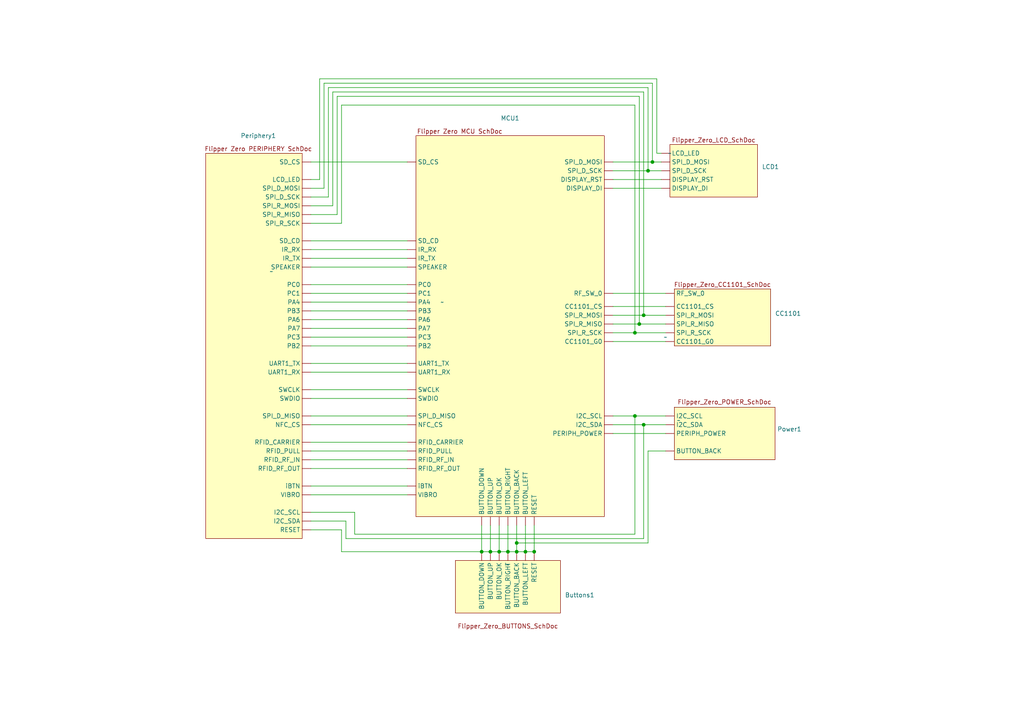
<source format=kicad_sch>
(kicad_sch
	(version 20250114)
	(generator "eeschema")
	(generator_version "9.0")
	(uuid "82772dcb-58e3-42ce-9eaf-750ba31cf4b4")
	(paper "A4")
	(title_block
		(title "Flipper Device DIY")
		(rev "13.F7B9C6")
		(company "Originally from : Flipper Devices Inc.")
		(comment 1 "DIY Version 1.0")
	)
	(lib_symbols
		(symbol "Flipper_Zero_Lib:Flipper_Zero_Button_Block"
			(exclude_from_sim no)
			(in_bom yes)
			(on_board yes)
			(property "Reference" "Buttons1"
				(at 16.51 -8.7658 0)
				(effects
					(font
						(size 1.27 1.27)
					)
					(justify left)
				)
			)
			(property "Value" "~"
				(at 0 0 0)
				(effects
					(font
						(size 1.27 1.27)
					)
				)
			)
			(property "Footprint" ""
				(at 0 0 0)
				(effects
					(font
						(size 1.27 1.27)
					)
					(hide yes)
				)
			)
			(property "Datasheet" ""
				(at 0 0 0)
				(effects
					(font
						(size 1.27 1.27)
					)
					(hide yes)
				)
			)
			(property "Description" ""
				(at 0 0 0)
				(effects
					(font
						(size 1.27 1.27)
					)
					(hide yes)
				)
			)
			(symbol "Flipper_Zero_Button_Block_1_1"
				(rectangle
					(start -15.24 1.27)
					(end 15.24 -13.97)
					(stroke
						(width 0)
						(type default)
					)
					(fill
						(type background)
					)
				)
				(text "Flipper_Zero_BUTTONS_SchDoc\n"
					(at 0 -17.78 0)
					(effects
						(font
							(size 1.27 1.27)
						)
					)
				)
				(pin passive line
					(at -7.62 3.81 270)
					(length 2.54)
					(name "BUTTON_DOWN"
						(effects
							(font
								(size 1.27 1.27)
							)
						)
					)
					(number ""
						(effects
							(font
								(size 1.27 1.27)
							)
						)
					)
				)
				(pin passive line
					(at -5.08 3.81 270)
					(length 2.54)
					(name "BUTTON_UP"
						(effects
							(font
								(size 1.27 1.27)
							)
						)
					)
					(number ""
						(effects
							(font
								(size 1.27 1.27)
							)
						)
					)
				)
				(pin passive line
					(at -2.54 3.81 270)
					(length 2.54)
					(name "BUTTON_OK"
						(effects
							(font
								(size 1.27 1.27)
							)
						)
					)
					(number ""
						(effects
							(font
								(size 1.27 1.27)
							)
						)
					)
				)
				(pin passive line
					(at 0 3.81 270)
					(length 2.54)
					(name "BUTTON_RIGHT"
						(effects
							(font
								(size 1.27 1.27)
							)
						)
					)
					(number ""
						(effects
							(font
								(size 1.27 1.27)
							)
						)
					)
				)
				(pin passive line
					(at 2.54 3.81 270)
					(length 2.54)
					(name "BUTTON_BACK"
						(effects
							(font
								(size 1.27 1.27)
							)
						)
					)
					(number ""
						(effects
							(font
								(size 1.27 1.27)
							)
						)
					)
				)
				(pin passive line
					(at 5.08 3.81 270)
					(length 2.54)
					(name "BUTTON_LEFT"
						(effects
							(font
								(size 1.27 1.27)
							)
						)
					)
					(number ""
						(effects
							(font
								(size 1.27 1.27)
							)
						)
					)
				)
				(pin passive line
					(at 7.62 3.81 270)
					(length 2.54)
					(name "RESET"
						(effects
							(font
								(size 1.27 1.27)
							)
						)
					)
					(number ""
						(effects
							(font
								(size 1.27 1.27)
							)
						)
					)
				)
			)
			(embedded_fonts no)
		)
		(symbol "Flipper_Zero_Lib:Flipper_Zero_CC101_Block"
			(exclude_from_sim no)
			(in_bom yes)
			(on_board yes)
			(property "Reference" "CC1101"
				(at 2.54 17.78 0)
				(effects
					(font
						(size 1.27 1.27)
					)
				)
			)
			(property "Value" ""
				(at -3.81 0 0)
				(effects
					(font
						(size 1.27 1.27)
					)
				)
			)
			(property "Footprint" ""
				(at -3.81 0 0)
				(effects
					(font
						(size 1.27 1.27)
					)
					(hide yes)
				)
			)
			(property "Datasheet" ""
				(at -3.81 0 0)
				(effects
					(font
						(size 1.27 1.27)
					)
					(hide yes)
				)
			)
			(property "Description" ""
				(at 0 0 0)
				(effects
					(font
						(size 1.27 1.27)
					)
					(hide yes)
				)
			)
			(symbol "Flipper_Zero_CC101_Block_1_1"
				(rectangle
					(start -1.27 13.97)
					(end 26.67 -2.54)
					(stroke
						(width 0)
						(type default)
					)
					(fill
						(type background)
					)
				)
				(text "Flipper_Zero_CC1101_SchDoc\n"
					(at 12.7 15.24 0)
					(effects
						(font
							(size 1.27 1.27)
						)
					)
				)
				(pin input line
					(at -3.81 12.7 0)
					(length 2.54)
					(name "RF_SW_0"
						(effects
							(font
								(size 1.27 1.27)
							)
						)
					)
					(number ""
						(effects
							(font
								(size 1.27 1.27)
							)
						)
					)
				)
				(pin input line
					(at -3.81 8.89 0)
					(length 2.54)
					(name "CC1101_CS"
						(effects
							(font
								(size 1.27 1.27)
							)
						)
					)
					(number ""
						(effects
							(font
								(size 1.27 1.27)
							)
						)
					)
				)
				(pin input line
					(at -3.81 6.35 0)
					(length 2.54)
					(name "SPI_R_MOSI"
						(effects
							(font
								(size 1.27 1.27)
							)
						)
					)
					(number ""
						(effects
							(font
								(size 1.27 1.27)
							)
						)
					)
				)
				(pin output line
					(at -3.81 3.81 0)
					(length 2.54)
					(name "SPI_R_MISO"
						(effects
							(font
								(size 1.27 1.27)
							)
						)
					)
					(number ""
						(effects
							(font
								(size 1.27 1.27)
							)
						)
					)
				)
				(pin input line
					(at -3.81 1.27 0)
					(length 2.54)
					(name "SPI_R_SCK"
						(effects
							(font
								(size 1.27 1.27)
							)
						)
					)
					(number ""
						(effects
							(font
								(size 1.27 1.27)
							)
						)
					)
				)
				(pin bidirectional line
					(at -3.81 -1.27 0)
					(length 2.54)
					(name "CC1101_G0"
						(effects
							(font
								(size 1.27 1.27)
							)
						)
					)
					(number ""
						(effects
							(font
								(size 1.27 1.27)
							)
						)
					)
				)
			)
			(embedded_fonts no)
		)
		(symbol "Flipper_Zero_Lib:Flipper_Zero_LCD_BLOCK"
			(exclude_from_sim no)
			(in_bom yes)
			(on_board yes)
			(property "Reference" "LCD"
				(at 2.54 6.35 0)
				(effects
					(font
						(size 1.27 1.27)
					)
				)
			)
			(property "Value" ""
				(at 0 0 0)
				(effects
					(font
						(size 1.27 1.27)
					)
				)
			)
			(property "Footprint" ""
				(at 0 0 0)
				(effects
					(font
						(size 1.27 1.27)
					)
					(hide yes)
				)
			)
			(property "Datasheet" ""
				(at 0 0 0)
				(effects
					(font
						(size 1.27 1.27)
					)
					(hide yes)
				)
			)
			(property "Description" ""
				(at 0 0 0)
				(effects
					(font
						(size 1.27 1.27)
					)
					(hide yes)
				)
			)
			(symbol "Flipper_Zero_LCD_BLOCK_1_1"
				(rectangle
					(start 0 2.54)
					(end 25.4 -12.7)
					(stroke
						(width 0)
						(type default)
					)
					(fill
						(type background)
					)
				)
				(text "Flipper_Zero_LCD_SchDoc\n"
					(at 12.7 3.81 0)
					(effects
						(font
							(size 1.27 1.27)
						)
					)
				)
				(pin output line
					(at -2.54 0 0)
					(length 2.54)
					(name "LCD_LED"
						(effects
							(font
								(size 1.27 1.27)
							)
						)
					)
					(number ""
						(effects
							(font
								(size 1.27 1.27)
							)
						)
					)
				)
				(pin input line
					(at -2.54 -2.54 0)
					(length 2.54)
					(name "SPI_D_MOSI"
						(effects
							(font
								(size 1.27 1.27)
							)
						)
					)
					(number ""
						(effects
							(font
								(size 1.27 1.27)
							)
						)
					)
				)
				(pin input line
					(at -2.54 -5.08 0)
					(length 2.54)
					(name "SPI_D_SCK"
						(effects
							(font
								(size 1.27 1.27)
							)
						)
					)
					(number ""
						(effects
							(font
								(size 1.27 1.27)
							)
						)
					)
				)
				(pin input line
					(at -2.54 -7.62 0)
					(length 2.54)
					(name "DISPLAY_RST"
						(effects
							(font
								(size 1.27 1.27)
							)
						)
					)
					(number ""
						(effects
							(font
								(size 1.27 1.27)
							)
						)
					)
				)
				(pin input line
					(at -2.54 -10.16 0)
					(length 2.54)
					(name "DISPLAY_DI"
						(effects
							(font
								(size 1.27 1.27)
							)
						)
					)
					(number ""
						(effects
							(font
								(size 1.27 1.27)
							)
						)
					)
				)
			)
			(embedded_fonts no)
		)
		(symbol "Flipper_Zero_Lib:Flipper_Zero_MCU_Block"
			(exclude_from_sim no)
			(in_bom no)
			(on_board no)
			(property "Reference" "MCU"
				(at -24.13 60.96 0)
				(effects
					(font
						(size 1.27 1.27)
					)
				)
			)
			(property "Value" ""
				(at -19.05 8.89 0)
				(effects
					(font
						(size 1.27 1.27)
					)
				)
			)
			(property "Footprint" ""
				(at -19.05 8.89 0)
				(effects
					(font
						(size 1.27 1.27)
					)
					(hide yes)
				)
			)
			(property "Datasheet" ""
				(at -19.05 8.89 0)
				(effects
					(font
						(size 1.27 1.27)
					)
					(hide yes)
				)
			)
			(property "Description" ""
				(at 0 0 0)
				(effects
					(font
						(size 1.27 1.27)
					)
					(hide yes)
				)
			)
			(symbol "Flipper_Zero_MCU_Block_1_1"
				(rectangle
					(start -26.67 57.15)
					(end 27.94 -53.34)
					(stroke
						(width 0)
						(type default)
					)
					(fill
						(type background)
					)
				)
				(text "Flipper Zero MCU SchDoc\n"
					(at -13.97 58.42 0)
					(effects
						(font
							(size 1.27 1.27)
						)
					)
				)
				(pin output line
					(at -29.21 49.53 0)
					(length 2.54)
					(name "SD_CS"
						(effects
							(font
								(size 1.27 1.27)
							)
						)
					)
					(number ""
						(effects
							(font
								(size 1.27 1.27)
							)
						)
					)
				)
				(pin input line
					(at -29.21 26.67 0)
					(length 2.54)
					(name "SD_CD"
						(effects
							(font
								(size 1.27 1.27)
							)
						)
					)
					(number ""
						(effects
							(font
								(size 1.27 1.27)
							)
						)
					)
				)
				(pin input line
					(at -29.21 24.13 0)
					(length 2.54)
					(name "IR_RX"
						(effects
							(font
								(size 1.27 1.27)
							)
						)
					)
					(number ""
						(effects
							(font
								(size 1.27 1.27)
							)
						)
					)
				)
				(pin output line
					(at -29.21 21.59 0)
					(length 2.54)
					(name "IR_TX"
						(effects
							(font
								(size 1.27 1.27)
							)
						)
					)
					(number ""
						(effects
							(font
								(size 1.27 1.27)
							)
						)
					)
				)
				(pin output line
					(at -29.21 19.05 0)
					(length 2.54)
					(name "SPEAKER"
						(effects
							(font
								(size 1.27 1.27)
							)
						)
					)
					(number ""
						(effects
							(font
								(size 1.27 1.27)
							)
						)
					)
				)
				(pin bidirectional line
					(at -29.21 13.97 0)
					(length 2.54)
					(name "PC0"
						(effects
							(font
								(size 1.27 1.27)
							)
						)
					)
					(number ""
						(effects
							(font
								(size 1.27 1.27)
							)
						)
					)
				)
				(pin bidirectional line
					(at -29.21 11.43 0)
					(length 2.54)
					(name "PC1"
						(effects
							(font
								(size 1.27 1.27)
							)
						)
					)
					(number ""
						(effects
							(font
								(size 1.27 1.27)
							)
						)
					)
				)
				(pin bidirectional line
					(at -29.21 8.89 0)
					(length 2.54)
					(name "PA4"
						(effects
							(font
								(size 1.27 1.27)
							)
						)
					)
					(number ""
						(effects
							(font
								(size 1.27 1.27)
							)
						)
					)
				)
				(pin bidirectional line
					(at -29.21 6.35 0)
					(length 2.54)
					(name "PB3"
						(effects
							(font
								(size 1.27 1.27)
							)
						)
					)
					(number ""
						(effects
							(font
								(size 1.27 1.27)
							)
						)
					)
				)
				(pin bidirectional line
					(at -29.21 3.81 0)
					(length 2.54)
					(name "PA6"
						(effects
							(font
								(size 1.27 1.27)
							)
						)
					)
					(number ""
						(effects
							(font
								(size 1.27 1.27)
							)
						)
					)
				)
				(pin bidirectional line
					(at -29.21 1.27 0)
					(length 2.54)
					(name "PA7"
						(effects
							(font
								(size 1.27 1.27)
							)
						)
					)
					(number ""
						(effects
							(font
								(size 1.27 1.27)
							)
						)
					)
				)
				(pin bidirectional line
					(at -29.21 -1.27 0)
					(length 2.54)
					(name "PC3"
						(effects
							(font
								(size 1.27 1.27)
							)
						)
					)
					(number ""
						(effects
							(font
								(size 1.27 1.27)
							)
						)
					)
				)
				(pin bidirectional line
					(at -29.21 -3.81 0)
					(length 2.54)
					(name "PB2"
						(effects
							(font
								(size 1.27 1.27)
							)
						)
					)
					(number ""
						(effects
							(font
								(size 1.27 1.27)
							)
						)
					)
				)
				(pin output line
					(at -29.21 -8.89 0)
					(length 2.54)
					(name "UART1_TX"
						(effects
							(font
								(size 1.27 1.27)
							)
						)
					)
					(number ""
						(effects
							(font
								(size 1.27 1.27)
							)
						)
					)
				)
				(pin input line
					(at -29.21 -11.43 0)
					(length 2.54)
					(name "UART1_RX"
						(effects
							(font
								(size 1.27 1.27)
							)
						)
					)
					(number ""
						(effects
							(font
								(size 1.27 1.27)
							)
						)
					)
				)
				(pin output line
					(at -29.21 -16.51 0)
					(length 2.54)
					(name "SWCLK"
						(effects
							(font
								(size 1.27 1.27)
							)
						)
					)
					(number ""
						(effects
							(font
								(size 1.27 1.27)
							)
						)
					)
				)
				(pin bidirectional line
					(at -29.21 -19.05 0)
					(length 2.54)
					(name "SWDIO"
						(effects
							(font
								(size 1.27 1.27)
							)
						)
					)
					(number ""
						(effects
							(font
								(size 1.27 1.27)
							)
						)
					)
				)
				(pin input line
					(at -29.21 -24.13 0)
					(length 2.54)
					(name "SPI_D_MISO"
						(effects
							(font
								(size 1.27 1.27)
							)
						)
					)
					(number ""
						(effects
							(font
								(size 1.27 1.27)
							)
						)
					)
				)
				(pin output line
					(at -29.21 -26.67 0)
					(length 2.54)
					(name "NFC_CS"
						(effects
							(font
								(size 1.27 1.27)
							)
						)
					)
					(number ""
						(effects
							(font
								(size 1.27 1.27)
							)
						)
					)
				)
				(pin input line
					(at -29.21 -31.75 0)
					(length 2.54)
					(name "RFID_CARRIER"
						(effects
							(font
								(size 1.27 1.27)
							)
						)
					)
					(number ""
						(effects
							(font
								(size 1.27 1.27)
							)
						)
					)
				)
				(pin output line
					(at -29.21 -34.29 0)
					(length 2.54)
					(name "RFID_PULL"
						(effects
							(font
								(size 1.27 1.27)
							)
						)
					)
					(number ""
						(effects
							(font
								(size 1.27 1.27)
							)
						)
					)
				)
				(pin input line
					(at -29.21 -36.83 0)
					(length 2.54)
					(name "RFID_RF_IN"
						(effects
							(font
								(size 1.27 1.27)
							)
						)
					)
					(number ""
						(effects
							(font
								(size 1.27 1.27)
							)
						)
					)
				)
				(pin output line
					(at -29.21 -39.37 0)
					(length 2.54)
					(name "RFID_RF_OUT"
						(effects
							(font
								(size 1.27 1.27)
							)
						)
					)
					(number ""
						(effects
							(font
								(size 1.27 1.27)
							)
						)
					)
				)
				(pin bidirectional line
					(at -29.21 -44.45 0)
					(length 2.54)
					(name "iBTN"
						(effects
							(font
								(size 1.27 1.27)
							)
						)
					)
					(number ""
						(effects
							(font
								(size 1.27 1.27)
							)
						)
					)
				)
				(pin output line
					(at -29.21 -46.99 0)
					(length 2.54)
					(name "VIBRO"
						(effects
							(font
								(size 1.27 1.27)
							)
						)
					)
					(number ""
						(effects
							(font
								(size 1.27 1.27)
							)
						)
					)
				)
				(pin input line
					(at -7.62 -55.88 90)
					(length 2.54)
					(name "BUTTON_DOWN"
						(effects
							(font
								(size 1.27 1.27)
							)
						)
					)
					(number ""
						(effects
							(font
								(size 1.27 1.27)
							)
						)
					)
				)
				(pin input line
					(at -5.08 -55.88 90)
					(length 2.54)
					(name "BUTTON_UP"
						(effects
							(font
								(size 1.27 1.27)
							)
						)
					)
					(number ""
						(effects
							(font
								(size 1.27 1.27)
							)
						)
					)
				)
				(pin input line
					(at -2.54 -55.88 90)
					(length 2.54)
					(name "BUTTON_OK"
						(effects
							(font
								(size 1.27 1.27)
							)
						)
					)
					(number ""
						(effects
							(font
								(size 1.27 1.27)
							)
						)
					)
				)
				(pin input line
					(at 0 -55.88 90)
					(length 2.54)
					(name "BUTTON_RIGHT"
						(effects
							(font
								(size 1.27 1.27)
							)
						)
					)
					(number ""
						(effects
							(font
								(size 1.27 1.27)
							)
						)
					)
				)
				(pin input line
					(at 2.54 -55.88 90)
					(length 2.54)
					(name "BUTTON_BACK"
						(effects
							(font
								(size 1.27 1.27)
							)
						)
					)
					(number ""
						(effects
							(font
								(size 1.27 1.27)
							)
						)
					)
				)
				(pin input line
					(at 5.08 -55.88 90)
					(length 2.54)
					(name "BUTTON_LEFT"
						(effects
							(font
								(size 1.27 1.27)
							)
						)
					)
					(number ""
						(effects
							(font
								(size 1.27 1.27)
							)
						)
					)
				)
				(pin input line
					(at 7.62 -55.88 90)
					(length 2.54)
					(name "RESET"
						(effects
							(font
								(size 1.27 1.27)
							)
						)
					)
					(number ""
						(effects
							(font
								(size 1.27 1.27)
							)
						)
					)
				)
				(pin output line
					(at 30.48 49.53 180)
					(length 2.54)
					(name "SPI_D_MOSI"
						(effects
							(font
								(size 1.27 1.27)
							)
						)
					)
					(number ""
						(effects
							(font
								(size 1.27 1.27)
							)
						)
					)
				)
				(pin output line
					(at 30.48 46.99 180)
					(length 2.54)
					(name "SPI_D_SCK"
						(effects
							(font
								(size 1.27 1.27)
							)
						)
					)
					(number ""
						(effects
							(font
								(size 1.27 1.27)
							)
						)
					)
				)
				(pin output line
					(at 30.48 44.45 180)
					(length 2.54)
					(name "DISPLAY_RST"
						(effects
							(font
								(size 1.27 1.27)
							)
						)
					)
					(number ""
						(effects
							(font
								(size 1.27 1.27)
							)
						)
					)
				)
				(pin output line
					(at 30.48 41.91 180)
					(length 2.54)
					(name "DISPLAY_DI"
						(effects
							(font
								(size 1.27 1.27)
							)
						)
					)
					(number ""
						(effects
							(font
								(size 1.27 1.27)
							)
						)
					)
				)
				(pin output line
					(at 30.48 11.43 180)
					(length 2.54)
					(name "RF_SW_0"
						(effects
							(font
								(size 1.27 1.27)
							)
						)
					)
					(number ""
						(effects
							(font
								(size 1.27 1.27)
							)
						)
					)
				)
				(pin output line
					(at 30.48 7.62 180)
					(length 2.54)
					(name "CC1101_CS"
						(effects
							(font
								(size 1.27 1.27)
							)
						)
					)
					(number ""
						(effects
							(font
								(size 1.27 1.27)
							)
						)
					)
				)
				(pin output line
					(at 30.48 5.08 180)
					(length 2.54)
					(name "SPI_R_MOSI"
						(effects
							(font
								(size 1.27 1.27)
							)
						)
					)
					(number ""
						(effects
							(font
								(size 1.27 1.27)
							)
						)
					)
				)
				(pin input line
					(at 30.48 2.54 180)
					(length 2.54)
					(name "SPI_R_MISO"
						(effects
							(font
								(size 1.27 1.27)
							)
						)
					)
					(number ""
						(effects
							(font
								(size 1.27 1.27)
							)
						)
					)
				)
				(pin output line
					(at 30.48 0 180)
					(length 2.54)
					(name "SPI_R_SCK"
						(effects
							(font
								(size 1.27 1.27)
							)
						)
					)
					(number ""
						(effects
							(font
								(size 1.27 1.27)
							)
						)
					)
				)
				(pin bidirectional line
					(at 30.48 -2.54 180)
					(length 2.54)
					(name "CC1101_G0"
						(effects
							(font
								(size 1.27 1.27)
							)
						)
					)
					(number ""
						(effects
							(font
								(size 1.27 1.27)
							)
						)
					)
				)
				(pin output line
					(at 30.48 -24.13 180)
					(length 2.54)
					(name "I2C_SCL"
						(effects
							(font
								(size 1.27 1.27)
							)
						)
					)
					(number ""
						(effects
							(font
								(size 1.27 1.27)
							)
						)
					)
				)
				(pin bidirectional line
					(at 30.48 -26.67 180)
					(length 2.54)
					(name "I2C_SDA"
						(effects
							(font
								(size 1.27 1.27)
							)
						)
					)
					(number ""
						(effects
							(font
								(size 1.27 1.27)
							)
						)
					)
				)
				(pin output line
					(at 30.48 -29.21 180)
					(length 2.54)
					(name "PERIPH_POWER"
						(effects
							(font
								(size 1.27 1.27)
							)
						)
					)
					(number ""
						(effects
							(font
								(size 1.27 1.27)
							)
						)
					)
				)
			)
			(embedded_fonts no)
		)
		(symbol "Flipper_Zero_Lib:Flipper_Zero_Periphery_Block"
			(exclude_from_sim no)
			(in_bom yes)
			(on_board yes)
			(property "Reference" "Periphery"
				(at -15.24 38.1 0)
				(effects
					(font
						(size 1.27 1.27)
					)
				)
			)
			(property "Value" ""
				(at 0 0 0)
				(effects
					(font
						(size 1.27 1.27)
					)
				)
			)
			(property "Footprint" ""
				(at 0 0 0)
				(effects
					(font
						(size 1.27 1.27)
					)
					(hide yes)
				)
			)
			(property "Datasheet" ""
				(at 0 0 0)
				(effects
					(font
						(size 1.27 1.27)
					)
					(hide yes)
				)
			)
			(property "Description" ""
				(at 0 0 0)
				(effects
					(font
						(size 1.27 1.27)
					)
					(hide yes)
				)
			)
			(symbol "Flipper_Zero_Periphery_Block_1_1"
				(rectangle
					(start -19.05 34.29)
					(end 8.89 -77.47)
					(stroke
						(width 0)
						(type default)
					)
					(fill
						(type background)
					)
				)
				(text "Flipper Zero PERIPHERY SchDoc\n"
					(at -3.81 35.56 0)
					(effects
						(font
							(size 1.27 1.27)
						)
					)
				)
				(pin input line
					(at 11.43 31.75 180)
					(length 2.54)
					(name "SD_CS"
						(effects
							(font
								(size 1.27 1.27)
							)
						)
					)
					(number ""
						(effects
							(font
								(size 1.27 1.27)
							)
						)
					)
				)
				(pin input line
					(at 11.43 26.67 180)
					(length 2.54)
					(name "LCD_LED"
						(effects
							(font
								(size 1.27 1.27)
							)
						)
					)
					(number ""
						(effects
							(font
								(size 1.27 1.27)
							)
						)
					)
				)
				(pin input line
					(at 11.43 24.13 180)
					(length 2.54)
					(name "SPI_D_MOSI"
						(effects
							(font
								(size 1.27 1.27)
							)
						)
					)
					(number ""
						(effects
							(font
								(size 1.27 1.27)
							)
						)
					)
				)
				(pin input line
					(at 11.43 21.59 180)
					(length 2.54)
					(name "SPI_D_SCK"
						(effects
							(font
								(size 1.27 1.27)
							)
						)
					)
					(number ""
						(effects
							(font
								(size 1.27 1.27)
							)
						)
					)
				)
				(pin input line
					(at 11.43 19.05 180)
					(length 2.54)
					(name "SPI_R_MOSI"
						(effects
							(font
								(size 1.27 1.27)
							)
						)
					)
					(number ""
						(effects
							(font
								(size 1.27 1.27)
							)
						)
					)
				)
				(pin input line
					(at 11.43 16.51 180)
					(length 2.54)
					(name "SPI_R_MISO"
						(effects
							(font
								(size 1.27 1.27)
							)
						)
					)
					(number ""
						(effects
							(font
								(size 1.27 1.27)
							)
						)
					)
				)
				(pin input line
					(at 11.43 13.97 180)
					(length 2.54)
					(name "SPI_R_SCK"
						(effects
							(font
								(size 1.27 1.27)
							)
						)
					)
					(number ""
						(effects
							(font
								(size 1.27 1.27)
							)
						)
					)
				)
				(pin output line
					(at 11.43 8.89 180)
					(length 2.54)
					(name "SD_CD"
						(effects
							(font
								(size 1.27 1.27)
							)
						)
					)
					(number ""
						(effects
							(font
								(size 1.27 1.27)
							)
						)
					)
				)
				(pin output line
					(at 11.43 6.35 180)
					(length 2.54)
					(name "IR_RX"
						(effects
							(font
								(size 1.27 1.27)
							)
						)
					)
					(number ""
						(effects
							(font
								(size 1.27 1.27)
							)
						)
					)
				)
				(pin input line
					(at 11.43 3.81 180)
					(length 2.54)
					(name "IR_TX"
						(effects
							(font
								(size 1.27 1.27)
							)
						)
					)
					(number ""
						(effects
							(font
								(size 1.27 1.27)
							)
						)
					)
				)
				(pin input line
					(at 11.43 1.27 180)
					(length 2.54)
					(name "SPEAKER"
						(effects
							(font
								(size 1.27 1.27)
							)
						)
					)
					(number ""
						(effects
							(font
								(size 1.27 1.27)
							)
						)
					)
				)
				(pin bidirectional line
					(at 11.43 -3.81 180)
					(length 2.54)
					(name "PC0"
						(effects
							(font
								(size 1.27 1.27)
							)
						)
					)
					(number ""
						(effects
							(font
								(size 1.27 1.27)
							)
						)
					)
				)
				(pin bidirectional line
					(at 11.43 -6.35 180)
					(length 2.54)
					(name "PC1"
						(effects
							(font
								(size 1.27 1.27)
							)
						)
					)
					(number ""
						(effects
							(font
								(size 1.27 1.27)
							)
						)
					)
				)
				(pin bidirectional line
					(at 11.43 -8.89 180)
					(length 2.54)
					(name "PA4"
						(effects
							(font
								(size 1.27 1.27)
							)
						)
					)
					(number ""
						(effects
							(font
								(size 1.27 1.27)
							)
						)
					)
				)
				(pin bidirectional line
					(at 11.43 -11.43 180)
					(length 2.54)
					(name "PB3"
						(effects
							(font
								(size 1.27 1.27)
							)
						)
					)
					(number ""
						(effects
							(font
								(size 1.27 1.27)
							)
						)
					)
				)
				(pin bidirectional line
					(at 11.43 -13.97 180)
					(length 2.54)
					(name "PA6"
						(effects
							(font
								(size 1.27 1.27)
							)
						)
					)
					(number ""
						(effects
							(font
								(size 1.27 1.27)
							)
						)
					)
				)
				(pin bidirectional line
					(at 11.43 -16.51 180)
					(length 2.54)
					(name "PA7"
						(effects
							(font
								(size 1.27 1.27)
							)
						)
					)
					(number ""
						(effects
							(font
								(size 1.27 1.27)
							)
						)
					)
				)
				(pin bidirectional line
					(at 11.43 -19.05 180)
					(length 2.54)
					(name "PC3"
						(effects
							(font
								(size 1.27 1.27)
							)
						)
					)
					(number ""
						(effects
							(font
								(size 1.27 1.27)
							)
						)
					)
				)
				(pin bidirectional line
					(at 11.43 -21.59 180)
					(length 2.54)
					(name "PB2"
						(effects
							(font
								(size 1.27 1.27)
							)
						)
					)
					(number ""
						(effects
							(font
								(size 1.27 1.27)
							)
						)
					)
				)
				(pin input line
					(at 11.43 -26.67 180)
					(length 2.54)
					(name "UART1_TX"
						(effects
							(font
								(size 1.27 1.27)
							)
						)
					)
					(number ""
						(effects
							(font
								(size 1.27 1.27)
							)
						)
					)
				)
				(pin output line
					(at 11.43 -29.21 180)
					(length 2.54)
					(name "UART1_RX"
						(effects
							(font
								(size 1.27 1.27)
							)
						)
					)
					(number ""
						(effects
							(font
								(size 1.27 1.27)
							)
						)
					)
				)
				(pin input line
					(at 11.43 -34.29 180)
					(length 2.54)
					(name "SWCLK"
						(effects
							(font
								(size 1.27 1.27)
							)
						)
					)
					(number ""
						(effects
							(font
								(size 1.27 1.27)
							)
						)
					)
				)
				(pin bidirectional line
					(at 11.43 -36.83 180)
					(length 2.54)
					(name "SWDIO"
						(effects
							(font
								(size 1.27 1.27)
							)
						)
					)
					(number ""
						(effects
							(font
								(size 1.27 1.27)
							)
						)
					)
				)
				(pin output line
					(at 11.43 -41.91 180)
					(length 2.54)
					(name "SPI_D_MISO"
						(effects
							(font
								(size 1.27 1.27)
							)
						)
					)
					(number ""
						(effects
							(font
								(size 1.27 1.27)
							)
						)
					)
				)
				(pin input line
					(at 11.43 -44.45 180)
					(length 2.54)
					(name "NFC_CS"
						(effects
							(font
								(size 1.27 1.27)
							)
						)
					)
					(number ""
						(effects
							(font
								(size 1.27 1.27)
							)
						)
					)
				)
				(pin output line
					(at 11.43 -49.53 180)
					(length 2.54)
					(name "RFID_CARRIER"
						(effects
							(font
								(size 1.27 1.27)
							)
						)
					)
					(number ""
						(effects
							(font
								(size 1.27 1.27)
							)
						)
					)
				)
				(pin input line
					(at 11.43 -52.07 180)
					(length 2.54)
					(name "RFID_PULL"
						(effects
							(font
								(size 1.27 1.27)
							)
						)
					)
					(number ""
						(effects
							(font
								(size 1.27 1.27)
							)
						)
					)
				)
				(pin output line
					(at 11.43 -54.61 180)
					(length 2.54)
					(name "RFID_RF_IN"
						(effects
							(font
								(size 1.27 1.27)
							)
						)
					)
					(number ""
						(effects
							(font
								(size 1.27 1.27)
							)
						)
					)
				)
				(pin input line
					(at 11.43 -57.15 180)
					(length 2.54)
					(name "RFID_RF_OUT"
						(effects
							(font
								(size 1.27 1.27)
							)
						)
					)
					(number ""
						(effects
							(font
								(size 1.27 1.27)
							)
						)
					)
				)
				(pin bidirectional line
					(at 11.43 -62.23 180)
					(length 2.54)
					(name "iBTN"
						(effects
							(font
								(size 1.27 1.27)
							)
						)
					)
					(number ""
						(effects
							(font
								(size 1.27 1.27)
							)
						)
					)
				)
				(pin input line
					(at 11.43 -64.77 180)
					(length 2.54)
					(name "VIBRO"
						(effects
							(font
								(size 1.27 1.27)
							)
						)
					)
					(number ""
						(effects
							(font
								(size 1.27 1.27)
							)
						)
					)
				)
				(pin input line
					(at 11.43 -69.85 180)
					(length 2.54)
					(name "I2C_SCL"
						(effects
							(font
								(size 1.27 1.27)
							)
						)
					)
					(number ""
						(effects
							(font
								(size 1.27 1.27)
							)
						)
					)
				)
				(pin bidirectional line
					(at 11.43 -72.39 180)
					(length 2.54)
					(name "I2C_SDA"
						(effects
							(font
								(size 1.27 1.27)
							)
						)
					)
					(number ""
						(effects
							(font
								(size 1.27 1.27)
							)
						)
					)
				)
				(pin input line
					(at 11.43 -74.93 180)
					(length 2.54)
					(name "RESET"
						(effects
							(font
								(size 1.27 1.27)
							)
						)
					)
					(number ""
						(effects
							(font
								(size 1.27 1.27)
							)
						)
					)
				)
			)
			(embedded_fonts no)
		)
		(symbol "Flipper_Zero_Lib:Flipper_Zero_Power_Block"
			(exclude_from_sim no)
			(in_bom yes)
			(on_board yes)
			(property "Reference" "Power1"
				(at 28.575 -2.5466 0)
				(effects
					(font
						(size 1.27 1.27)
					)
					(justify left)
				)
			)
			(property "Value" "~"
				(at 0 0 0)
				(effects
					(font
						(size 1.27 1.27)
					)
				)
			)
			(property "Footprint" ""
				(at 0 0 0)
				(effects
					(font
						(size 1.27 1.27)
					)
					(hide yes)
				)
			)
			(property "Datasheet" ""
				(at 0 0 0)
				(effects
					(font
						(size 1.27 1.27)
					)
					(hide yes)
				)
			)
			(property "Description" ""
				(at 0 0 0)
				(effects
					(font
						(size 1.27 1.27)
					)
					(hide yes)
				)
			)
			(symbol "Flipper_Zero_Power_Block_1_1"
				(rectangle
					(start -1.27 3.81)
					(end 27.94 -11.43)
					(stroke
						(width 0)
						(type default)
					)
					(fill
						(type background)
					)
				)
				(text "Flipper_Zero_POWER_SchDoc\n"
					(at 13.2919 5.3151 0)
					(effects
						(font
							(size 1.27 1.27)
						)
					)
				)
				(pin input line
					(at -3.81 1.27 0)
					(length 2.54)
					(name "I2C_SCL"
						(effects
							(font
								(size 1.27 1.27)
							)
						)
					)
					(number ""
						(effects
							(font
								(size 1.27 1.27)
							)
						)
					)
				)
				(pin bidirectional line
					(at -3.81 -1.27 0)
					(length 2.54)
					(name "I2C_SDA"
						(effects
							(font
								(size 1.27 1.27)
							)
						)
					)
					(number ""
						(effects
							(font
								(size 1.27 1.27)
							)
						)
					)
				)
				(pin input line
					(at -3.81 -3.81 0)
					(length 2.54)
					(name "PERIPH_POWER"
						(effects
							(font
								(size 1.27 1.27)
							)
						)
					)
					(number ""
						(effects
							(font
								(size 1.27 1.27)
							)
						)
					)
				)
				(pin input line
					(at -3.81 -8.89 0)
					(length 2.54)
					(name "BUTTON_BACK"
						(effects
							(font
								(size 1.27 1.27)
							)
						)
					)
					(number ""
						(effects
							(font
								(size 1.27 1.27)
							)
						)
					)
				)
			)
			(embedded_fonts no)
		)
	)
	(junction
		(at 154.94 160.02)
		(diameter 0)
		(color 0 0 0 0)
		(uuid "06cb3552-f56e-4cab-8643-fa05509ddfce")
	)
	(junction
		(at 184.15 96.52)
		(diameter 0)
		(color 0 0 0 0)
		(uuid "10058db6-1bd2-4809-a40c-69ea6cbc08ee")
	)
	(junction
		(at 142.24 160.02)
		(diameter 0)
		(color 0 0 0 0)
		(uuid "1fb6e323-d0c7-4382-adc2-247228033edf")
	)
	(junction
		(at 149.86 160.02)
		(diameter 0)
		(color 0 0 0 0)
		(uuid "25242bf9-2fbd-4164-add2-107aa5709dea")
	)
	(junction
		(at 185.42 93.98)
		(diameter 0)
		(color 0 0 0 0)
		(uuid "3025b8d3-9bfb-4f23-9e2c-12dfe1ccab31")
	)
	(junction
		(at 149.86 157.48)
		(diameter 0)
		(color 0 0 0 0)
		(uuid "3767edc7-de69-4332-924c-a50c8af2edfc")
	)
	(junction
		(at 186.69 91.44)
		(diameter 0)
		(color 0 0 0 0)
		(uuid "38b3e848-f3c9-4072-8ee7-dc5ec7617ec4")
	)
	(junction
		(at 189.23 46.99)
		(diameter 0)
		(color 0 0 0 0)
		(uuid "4f6a0000-2a86-463b-b798-e031ff906452")
	)
	(junction
		(at 139.7 160.02)
		(diameter 0)
		(color 0 0 0 0)
		(uuid "5a7d004f-119a-49f2-b780-cdcadb79fce8")
	)
	(junction
		(at 147.32 160.02)
		(diameter 0)
		(color 0 0 0 0)
		(uuid "8383d5bc-c5cb-4ec3-9ddf-0612c905423a")
	)
	(junction
		(at 152.4 160.02)
		(diameter 0)
		(color 0 0 0 0)
		(uuid "a3ef628c-d0f5-46b6-99e5-e4b4929a0786")
	)
	(junction
		(at 144.78 160.02)
		(diameter 0)
		(color 0 0 0 0)
		(uuid "a4c11668-f8c6-4807-a5f8-4fce2c1db75a")
	)
	(junction
		(at 186.69 123.19)
		(diameter 0)
		(color 0 0 0 0)
		(uuid "c83e5d84-adb3-4763-b09f-8b84d78bd161")
	)
	(junction
		(at 187.96 49.53)
		(diameter 0)
		(color 0 0 0 0)
		(uuid "ec432b37-7aa0-412b-938a-86479479c1b3")
	)
	(junction
		(at 184.15 120.65)
		(diameter 0)
		(color 0 0 0 0)
		(uuid "ed964afb-f3f9-4b72-90ef-e24306dff4bf")
	)
	(wire
		(pts
			(xy 186.69 91.44) (xy 193.04 91.44)
		)
		(stroke
			(width 0)
			(type default)
		)
		(uuid "00a1ad52-6ec2-40dd-9a6d-b50de9f131b9")
	)
	(wire
		(pts
			(xy 90.17 46.99) (xy 118.11 46.99)
		)
		(stroke
			(width 0)
			(type default)
		)
		(uuid "0487366e-401b-401b-9a3e-774e066f0bc6")
	)
	(wire
		(pts
			(xy 186.69 26.67) (xy 186.69 91.44)
		)
		(stroke
			(width 0)
			(type default)
		)
		(uuid "0bac62a6-457f-4091-9dd9-dd0f53df7f1d")
	)
	(wire
		(pts
			(xy 152.4 152.4) (xy 152.4 160.02)
		)
		(stroke
			(width 0)
			(type default)
		)
		(uuid "185ee24c-c9ea-409c-bf09-df05e6d38326")
	)
	(wire
		(pts
			(xy 177.8 99.06) (xy 193.04 99.06)
		)
		(stroke
			(width 0)
			(type default)
		)
		(uuid "18c37d72-088f-48db-8e0a-4ac8fae20236")
	)
	(wire
		(pts
			(xy 90.17 64.77) (xy 99.06 64.77)
		)
		(stroke
			(width 0)
			(type default)
		)
		(uuid "1b3fb04b-f00c-4771-973b-574bf82a635b")
	)
	(wire
		(pts
			(xy 100.33 151.13) (xy 100.33 156.21)
		)
		(stroke
			(width 0)
			(type default)
		)
		(uuid "24eeddb3-ce7b-40a1-9d05-e1dc4a5027ad")
	)
	(wire
		(pts
			(xy 102.87 154.94) (xy 184.15 154.94)
		)
		(stroke
			(width 0)
			(type default)
		)
		(uuid "2586bb19-deb7-49d1-845a-5c008cab8033")
	)
	(wire
		(pts
			(xy 186.69 156.21) (xy 186.69 123.19)
		)
		(stroke
			(width 0)
			(type default)
		)
		(uuid "26e37c6b-4d1e-4203-aa55-10c57cd17f58")
	)
	(wire
		(pts
			(xy 177.8 120.65) (xy 184.15 120.65)
		)
		(stroke
			(width 0)
			(type default)
		)
		(uuid "2af9fcc7-9f78-4c5b-b5cc-4f374a552325")
	)
	(wire
		(pts
			(xy 102.87 148.59) (xy 102.87 154.94)
		)
		(stroke
			(width 0)
			(type default)
		)
		(uuid "2f4e3571-e7ef-4233-bf9b-53db2b55ce58")
	)
	(wire
		(pts
			(xy 149.86 152.4) (xy 149.86 157.48)
		)
		(stroke
			(width 0)
			(type default)
		)
		(uuid "31f4882e-275b-4e3b-a129-5c7fa0f1ceb1")
	)
	(wire
		(pts
			(xy 90.17 130.81) (xy 118.11 130.81)
		)
		(stroke
			(width 0)
			(type default)
		)
		(uuid "34b6cd43-6e5b-411d-8ac4-90358ca919b4")
	)
	(wire
		(pts
			(xy 144.78 152.4) (xy 144.78 160.02)
		)
		(stroke
			(width 0)
			(type default)
		)
		(uuid "38143459-7649-4bf5-b031-da66aec2ae84")
	)
	(wire
		(pts
			(xy 177.8 49.53) (xy 187.96 49.53)
		)
		(stroke
			(width 0)
			(type default)
		)
		(uuid "3df4eaba-1811-4ad6-80ef-363ad016e1c0")
	)
	(wire
		(pts
			(xy 184.15 30.48) (xy 184.15 96.52)
		)
		(stroke
			(width 0)
			(type default)
		)
		(uuid "40089994-5503-4026-8132-d76562af8fac")
	)
	(wire
		(pts
			(xy 90.17 128.27) (xy 118.11 128.27)
		)
		(stroke
			(width 0)
			(type default)
		)
		(uuid "4261f4c7-3f93-43cc-88f0-db0f1a6397b5")
	)
	(wire
		(pts
			(xy 184.15 154.94) (xy 184.15 120.65)
		)
		(stroke
			(width 0)
			(type default)
		)
		(uuid "42c70261-0aee-4d70-883a-da520f965ad0")
	)
	(wire
		(pts
			(xy 90.17 151.13) (xy 100.33 151.13)
		)
		(stroke
			(width 0)
			(type default)
		)
		(uuid "4ab678ef-cf90-462c-8755-b2ad4f221a61")
	)
	(wire
		(pts
			(xy 90.17 123.19) (xy 118.11 123.19)
		)
		(stroke
			(width 0)
			(type default)
		)
		(uuid "4b561dc4-9f52-493e-a8a0-5f6f2abccca6")
	)
	(wire
		(pts
			(xy 193.04 130.81) (xy 187.96 130.81)
		)
		(stroke
			(width 0)
			(type default)
		)
		(uuid "4c605849-3e29-4939-be1c-1629b9af736d")
	)
	(wire
		(pts
			(xy 189.23 46.99) (xy 191.77 46.99)
		)
		(stroke
			(width 0)
			(type default)
		)
		(uuid "4ccde07b-2293-42e0-a4ef-dfc55d8b5ad3")
	)
	(wire
		(pts
			(xy 177.8 46.99) (xy 189.23 46.99)
		)
		(stroke
			(width 0)
			(type default)
		)
		(uuid "5486532d-fbc9-4e30-a785-e07512be87f7")
	)
	(wire
		(pts
			(xy 149.86 157.48) (xy 149.86 160.02)
		)
		(stroke
			(width 0)
			(type default)
		)
		(uuid "569250d4-c3c9-4d79-9f0f-ef1c026b3336")
	)
	(wire
		(pts
			(xy 144.78 160.02) (xy 147.32 160.02)
		)
		(stroke
			(width 0)
			(type default)
		)
		(uuid "59161075-dedd-4b20-b530-ce5de0f15942")
	)
	(wire
		(pts
			(xy 96.52 26.67) (xy 186.69 26.67)
		)
		(stroke
			(width 0)
			(type default)
		)
		(uuid "5ad648d4-1a9b-4a59-b57e-8a628893398f")
	)
	(wire
		(pts
			(xy 142.24 160.02) (xy 144.78 160.02)
		)
		(stroke
			(width 0)
			(type default)
		)
		(uuid "5d221556-496f-4020-9d82-885bfc713de3")
	)
	(wire
		(pts
			(xy 99.06 153.67) (xy 99.06 160.02)
		)
		(stroke
			(width 0)
			(type default)
		)
		(uuid "5d844942-4452-4691-86ac-68a9dc798527")
	)
	(wire
		(pts
			(xy 190.5 44.45) (xy 190.5 22.86)
		)
		(stroke
			(width 0)
			(type default)
		)
		(uuid "5e5d2586-5a64-40d8-beeb-2e5c0864ec79")
	)
	(wire
		(pts
			(xy 90.17 97.79) (xy 118.11 97.79)
		)
		(stroke
			(width 0)
			(type default)
		)
		(uuid "6b0098f7-cc33-4355-b412-c651e20e8f1c")
	)
	(wire
		(pts
			(xy 96.52 59.69) (xy 96.52 26.67)
		)
		(stroke
			(width 0)
			(type default)
		)
		(uuid "6cc4a945-4451-4530-a96c-02fdd6ca2939")
	)
	(wire
		(pts
			(xy 97.79 27.94) (xy 185.42 27.94)
		)
		(stroke
			(width 0)
			(type default)
		)
		(uuid "6f1d8e01-e1ef-4f61-b7e5-aeda3a9fbbb6")
	)
	(wire
		(pts
			(xy 187.96 49.53) (xy 191.77 49.53)
		)
		(stroke
			(width 0)
			(type default)
		)
		(uuid "75799b78-479f-46a4-81f0-b99f719c763b")
	)
	(wire
		(pts
			(xy 90.17 148.59) (xy 102.87 148.59)
		)
		(stroke
			(width 0)
			(type default)
		)
		(uuid "780740b1-4da2-4d30-9fef-b7e8e81a3ac1")
	)
	(wire
		(pts
			(xy 90.17 74.93) (xy 118.11 74.93)
		)
		(stroke
			(width 0)
			(type default)
		)
		(uuid "789c044a-ecd7-49fd-9aeb-61278d0a9a68")
	)
	(wire
		(pts
			(xy 187.96 25.4) (xy 187.96 49.53)
		)
		(stroke
			(width 0)
			(type default)
		)
		(uuid "7b89af4b-0afb-48be-b8d0-3e500b8a0e73")
	)
	(wire
		(pts
			(xy 90.17 120.65) (xy 118.11 120.65)
		)
		(stroke
			(width 0)
			(type default)
		)
		(uuid "7ef46238-e0ee-426e-a118-8fd96055b2ec")
	)
	(wire
		(pts
			(xy 147.32 160.02) (xy 149.86 160.02)
		)
		(stroke
			(width 0)
			(type default)
		)
		(uuid "8301cc05-17c4-4a37-9176-8043e7a62b26")
	)
	(wire
		(pts
			(xy 90.17 54.61) (xy 93.98 54.61)
		)
		(stroke
			(width 0)
			(type default)
		)
		(uuid "83189604-7ee9-4722-874c-887b551a2b7f")
	)
	(wire
		(pts
			(xy 185.42 27.94) (xy 185.42 93.98)
		)
		(stroke
			(width 0)
			(type default)
		)
		(uuid "86b9144c-d70e-4a51-9252-da5e5b66c1aa")
	)
	(wire
		(pts
			(xy 90.17 100.33) (xy 118.11 100.33)
		)
		(stroke
			(width 0)
			(type default)
		)
		(uuid "88373903-2670-4700-8fe0-903b7c26a1e2")
	)
	(wire
		(pts
			(xy 90.17 72.39) (xy 118.11 72.39)
		)
		(stroke
			(width 0)
			(type default)
		)
		(uuid "8ce1a4cf-a6c6-48cb-a1b8-67031b7b1791")
	)
	(wire
		(pts
			(xy 97.79 62.23) (xy 97.79 27.94)
		)
		(stroke
			(width 0)
			(type default)
		)
		(uuid "907b5930-11ca-40aa-9a26-3ef58445fc08")
	)
	(wire
		(pts
			(xy 190.5 22.86) (xy 92.71 22.86)
		)
		(stroke
			(width 0)
			(type default)
		)
		(uuid "90e95cfc-b830-4a68-b51a-8986749ee689")
	)
	(wire
		(pts
			(xy 92.71 22.86) (xy 92.71 52.07)
		)
		(stroke
			(width 0)
			(type default)
		)
		(uuid "949d7596-f53a-4722-b2f9-9f1dc6c5cbfa")
	)
	(wire
		(pts
			(xy 187.96 130.81) (xy 187.96 157.48)
		)
		(stroke
			(width 0)
			(type default)
		)
		(uuid "94bdfc42-d42c-463d-93f3-5191aac9a004")
	)
	(wire
		(pts
			(xy 90.17 135.89) (xy 118.11 135.89)
		)
		(stroke
			(width 0)
			(type default)
		)
		(uuid "96c7950a-331b-4460-beaf-f7a3b4a7c67f")
	)
	(wire
		(pts
			(xy 187.96 157.48) (xy 149.86 157.48)
		)
		(stroke
			(width 0)
			(type default)
		)
		(uuid "97661c09-a58e-4c1d-b272-0d2f9f4ddfe0")
	)
	(wire
		(pts
			(xy 177.8 88.9) (xy 193.04 88.9)
		)
		(stroke
			(width 0)
			(type default)
		)
		(uuid "9a8c6ecf-a6f9-4e02-9ae6-d0be6497ec3f")
	)
	(wire
		(pts
			(xy 177.8 52.07) (xy 191.77 52.07)
		)
		(stroke
			(width 0)
			(type default)
		)
		(uuid "9c952c3a-dc39-4afa-bcd3-3a6ceaabab49")
	)
	(wire
		(pts
			(xy 184.15 96.52) (xy 193.04 96.52)
		)
		(stroke
			(width 0)
			(type default)
		)
		(uuid "9d74d654-e3ba-442d-9b7f-f54f365de851")
	)
	(wire
		(pts
			(xy 90.17 62.23) (xy 97.79 62.23)
		)
		(stroke
			(width 0)
			(type default)
		)
		(uuid "9e905897-6f26-4c12-a3e1-1b280a3e5d01")
	)
	(wire
		(pts
			(xy 184.15 120.65) (xy 193.04 120.65)
		)
		(stroke
			(width 0)
			(type default)
		)
		(uuid "9ebfa173-9832-4678-862d-6bf26044ef5b")
	)
	(wire
		(pts
			(xy 90.17 90.17) (xy 118.11 90.17)
		)
		(stroke
			(width 0)
			(type default)
		)
		(uuid "9ef8eda1-dd8f-47fc-b9dd-7e1445fde1b3")
	)
	(wire
		(pts
			(xy 142.24 152.4) (xy 142.24 160.02)
		)
		(stroke
			(width 0)
			(type default)
		)
		(uuid "a111ce97-6d8d-4836-9843-c754f60a3ae0")
	)
	(wire
		(pts
			(xy 139.7 152.4) (xy 139.7 160.02)
		)
		(stroke
			(width 0)
			(type default)
		)
		(uuid "a3379abd-aa0a-4880-9838-ad5f82ac0ac9")
	)
	(wire
		(pts
			(xy 92.71 52.07) (xy 90.17 52.07)
		)
		(stroke
			(width 0)
			(type default)
		)
		(uuid "a84f7ed1-8cb6-4f86-ba2d-8c88e25becf7")
	)
	(wire
		(pts
			(xy 93.98 54.61) (xy 93.98 24.13)
		)
		(stroke
			(width 0)
			(type default)
		)
		(uuid "a8dcbda0-b3e3-4574-9466-737784163398")
	)
	(wire
		(pts
			(xy 99.06 160.02) (xy 139.7 160.02)
		)
		(stroke
			(width 0)
			(type default)
		)
		(uuid "abb1cce8-970c-4938-8e14-4e491220ed8a")
	)
	(wire
		(pts
			(xy 154.94 152.4) (xy 154.94 160.02)
		)
		(stroke
			(width 0)
			(type default)
		)
		(uuid "b18444ca-690e-4c8e-bd6e-b4a96adef9ce")
	)
	(wire
		(pts
			(xy 177.8 85.09) (xy 193.04 85.09)
		)
		(stroke
			(width 0)
			(type default)
		)
		(uuid "b2a75b36-8109-4bd5-8f0d-2e2d57a06a26")
	)
	(wire
		(pts
			(xy 100.33 156.21) (xy 186.69 156.21)
		)
		(stroke
			(width 0)
			(type default)
		)
		(uuid "b486d979-09fc-49d8-a844-f6a034972c85")
	)
	(wire
		(pts
			(xy 90.17 143.51) (xy 118.11 143.51)
		)
		(stroke
			(width 0)
			(type default)
		)
		(uuid "b4e09d7c-656c-4dfd-a0bd-5d8ec2ca8476")
	)
	(wire
		(pts
			(xy 177.8 125.73) (xy 193.04 125.73)
		)
		(stroke
			(width 0)
			(type default)
		)
		(uuid "b9f9dbef-5b4c-4d01-972f-da7fcca8293d")
	)
	(wire
		(pts
			(xy 90.17 85.09) (xy 118.11 85.09)
		)
		(stroke
			(width 0)
			(type default)
		)
		(uuid "babdc00f-03c6-4a96-ab47-0598f5b18632")
	)
	(wire
		(pts
			(xy 90.17 133.35) (xy 118.11 133.35)
		)
		(stroke
			(width 0)
			(type default)
		)
		(uuid "bbee61d4-ba15-4dfa-a3a4-39274bd1f478")
	)
	(wire
		(pts
			(xy 185.42 93.98) (xy 193.04 93.98)
		)
		(stroke
			(width 0)
			(type default)
		)
		(uuid "beb49f27-646a-457d-82a0-cbbf0ccd7df7")
	)
	(wire
		(pts
			(xy 90.17 77.47) (xy 118.11 77.47)
		)
		(stroke
			(width 0)
			(type default)
		)
		(uuid "c0806281-84d4-48ed-bdd8-142fe362c158")
	)
	(wire
		(pts
			(xy 177.8 54.61) (xy 191.77 54.61)
		)
		(stroke
			(width 0)
			(type default)
		)
		(uuid "c3b2e555-ef95-430a-83eb-384968c74dc0")
	)
	(wire
		(pts
			(xy 90.17 107.95) (xy 118.11 107.95)
		)
		(stroke
			(width 0)
			(type default)
		)
		(uuid "c47748af-bb86-4f56-8ce9-dcf8964102a4")
	)
	(wire
		(pts
			(xy 186.69 91.44) (xy 177.8 91.44)
		)
		(stroke
			(width 0)
			(type default)
		)
		(uuid "c4fb25da-1bdb-4f03-b2dd-e0ded9c74bf5")
	)
	(wire
		(pts
			(xy 90.17 92.71) (xy 118.11 92.71)
		)
		(stroke
			(width 0)
			(type default)
		)
		(uuid "c56de681-aa1f-4253-8439-fc6c055721b1")
	)
	(wire
		(pts
			(xy 149.86 160.02) (xy 152.4 160.02)
		)
		(stroke
			(width 0)
			(type default)
		)
		(uuid "cba864dd-103f-45f9-8b24-767f34c313e2")
	)
	(wire
		(pts
			(xy 90.17 105.41) (xy 118.11 105.41)
		)
		(stroke
			(width 0)
			(type default)
		)
		(uuid "cc3d36f5-2705-4f33-a868-4d8263de007b")
	)
	(wire
		(pts
			(xy 191.77 44.45) (xy 190.5 44.45)
		)
		(stroke
			(width 0)
			(type default)
		)
		(uuid "cfc19d08-bf14-41a7-9d7e-24001f9a4f69")
	)
	(wire
		(pts
			(xy 90.17 57.15) (xy 95.25 57.15)
		)
		(stroke
			(width 0)
			(type default)
		)
		(uuid "d5d43f0d-3426-45ef-a964-1e94f78d286b")
	)
	(wire
		(pts
			(xy 186.69 123.19) (xy 193.04 123.19)
		)
		(stroke
			(width 0)
			(type default)
		)
		(uuid "d73fdd09-1b8b-4840-af3b-bda76be47854")
	)
	(wire
		(pts
			(xy 177.8 96.52) (xy 184.15 96.52)
		)
		(stroke
			(width 0)
			(type default)
		)
		(uuid "d9096b72-c7f8-4c0a-8336-4ce293098044")
	)
	(wire
		(pts
			(xy 186.69 123.19) (xy 177.8 123.19)
		)
		(stroke
			(width 0)
			(type default)
		)
		(uuid "dd346efd-c55b-40c6-85e7-50ee2b0cb613")
	)
	(wire
		(pts
			(xy 90.17 113.03) (xy 118.11 113.03)
		)
		(stroke
			(width 0)
			(type default)
		)
		(uuid "de79744c-40fe-42d8-a8d8-54ac255526c2")
	)
	(wire
		(pts
			(xy 90.17 115.57) (xy 118.11 115.57)
		)
		(stroke
			(width 0)
			(type default)
		)
		(uuid "decb84a1-74ec-451e-8dca-8eda078e6cdd")
	)
	(wire
		(pts
			(xy 147.32 152.4) (xy 147.32 160.02)
		)
		(stroke
			(width 0)
			(type default)
		)
		(uuid "dfb2f8eb-e002-4254-96e9-98741f46e2e7")
	)
	(wire
		(pts
			(xy 139.7 160.02) (xy 142.24 160.02)
		)
		(stroke
			(width 0)
			(type default)
		)
		(uuid "e3543c98-8e05-4c56-9895-cf3264ddf27f")
	)
	(wire
		(pts
			(xy 90.17 69.85) (xy 118.11 69.85)
		)
		(stroke
			(width 0)
			(type default)
		)
		(uuid "e38a7ea4-93dc-40b9-bbeb-9d6005797dd4")
	)
	(wire
		(pts
			(xy 152.4 160.02) (xy 154.94 160.02)
		)
		(stroke
			(width 0)
			(type default)
		)
		(uuid "e3c511af-ff46-4f92-a22d-3cac2c7f60df")
	)
	(wire
		(pts
			(xy 95.25 25.4) (xy 187.96 25.4)
		)
		(stroke
			(width 0)
			(type default)
		)
		(uuid "e6b68c44-3ed9-4329-a75a-b436752dbbe8")
	)
	(wire
		(pts
			(xy 90.17 82.55) (xy 118.11 82.55)
		)
		(stroke
			(width 0)
			(type default)
		)
		(uuid "e763235a-c7ce-4e02-9c1b-76eff14e0321")
	)
	(wire
		(pts
			(xy 95.25 57.15) (xy 95.25 25.4)
		)
		(stroke
			(width 0)
			(type default)
		)
		(uuid "e8646595-bd7b-41ce-a824-5525e48d6afa")
	)
	(wire
		(pts
			(xy 90.17 140.97) (xy 118.11 140.97)
		)
		(stroke
			(width 0)
			(type default)
		)
		(uuid "ea4ed4e9-bbd4-4a8c-8602-6151f0ba8c2b")
	)
	(wire
		(pts
			(xy 189.23 24.13) (xy 189.23 46.99)
		)
		(stroke
			(width 0)
			(type default)
		)
		(uuid "ef97c37b-6a15-48b1-b933-f6ab0eaf876e")
	)
	(wire
		(pts
			(xy 90.17 153.67) (xy 99.06 153.67)
		)
		(stroke
			(width 0)
			(type default)
		)
		(uuid "f38b6c37-34d9-4647-8b15-4ec0dec578b8")
	)
	(wire
		(pts
			(xy 99.06 64.77) (xy 99.06 30.48)
		)
		(stroke
			(width 0)
			(type default)
		)
		(uuid "f8e87d2b-f213-4701-aa80-c3196a95d5cb")
	)
	(wire
		(pts
			(xy 93.98 24.13) (xy 189.23 24.13)
		)
		(stroke
			(width 0)
			(type default)
		)
		(uuid "fab98d9b-7e2b-41f5-bfc1-10ae624a2662")
	)
	(wire
		(pts
			(xy 90.17 95.25) (xy 118.11 95.25)
		)
		(stroke
			(width 0)
			(type default)
		)
		(uuid "fb0ca5dc-4002-45a7-b185-1c6d87979b62")
	)
	(wire
		(pts
			(xy 99.06 30.48) (xy 184.15 30.48)
		)
		(stroke
			(width 0)
			(type default)
		)
		(uuid "ff1cd156-980a-4805-a955-876534346f91")
	)
	(wire
		(pts
			(xy 177.8 93.98) (xy 185.42 93.98)
		)
		(stroke
			(width 0)
			(type default)
		)
		(uuid "ff3da6ef-538b-470c-a2a0-517c3fbb4c50")
	)
	(wire
		(pts
			(xy 90.17 59.69) (xy 96.52 59.69)
		)
		(stroke
			(width 0)
			(type default)
		)
		(uuid "ff87b4b8-8dc8-4a7e-83a9-470c7c997cfb")
	)
	(wire
		(pts
			(xy 90.17 87.63) (xy 118.11 87.63)
		)
		(stroke
			(width 0)
			(type default)
		)
		(uuid "ffbda920-9a31-4ec4-bf2a-26f2c9474fe9")
	)
	(symbol
		(lib_id "Flipper_Zero_Lib:Flipper_Zero_CC101_Block")
		(at 196.85 97.79 0)
		(unit 1)
		(exclude_from_sim yes)
		(in_bom no)
		(on_board no)
		(dnp no)
		(fields_autoplaced yes)
		(uuid "09854567-0045-4a64-8102-a3921aac2f74")
		(property "Reference" "CC1101"
			(at 224.79 90.9292 0)
			(effects
				(font
					(size 1.27 1.27)
				)
				(justify left)
			)
		)
		(property "Value" "~"
			(at 193.04 97.79 0)
			(effects
				(font
					(size 1.27 1.27)
				)
			)
		)
		(property "Footprint" ""
			(at 193.04 97.79 0)
			(effects
				(font
					(size 1.27 1.27)
				)
				(hide yes)
			)
		)
		(property "Datasheet" ""
			(at 193.04 97.79 0)
			(effects
				(font
					(size 1.27 1.27)
				)
				(hide yes)
			)
		)
		(property "Description" ""
			(at 196.85 97.79 0)
			(effects
				(font
					(size 1.27 1.27)
				)
				(hide yes)
			)
		)
		(pin ""
			(uuid "55773b3d-09a8-4431-a5b9-7d8056efdb78")
		)
		(pin ""
			(uuid "cf6f08dd-6206-4fef-be68-9b520edf8b6e")
		)
		(pin ""
			(uuid "46fe5aeb-5bbe-4177-b756-cd094c1d2e34")
		)
		(pin ""
			(uuid "87f238ac-6f2b-49ce-a245-33b3b519d44e")
		)
		(pin ""
			(uuid "e2083241-237e-471e-a763-fc8fb44c173b")
		)
		(pin ""
			(uuid "7e61c4c7-4cb3-4694-8d2b-5bc6b0b0190b")
		)
		(instances
			(project "Flipper_Zero_DIY"
				(path "/6fd3b1c7-f4ee-4f40-ae71-a0439f037db8/8de03230-0fbb-4dc8-83dd-160a4cc10118"
					(reference "CC1101")
					(unit 1)
				)
			)
		)
	)
	(symbol
		(lib_id "Flipper_Zero_Lib:Flipper_Zero_MCU_Block")
		(at 147.32 96.52 0)
		(unit 1)
		(exclude_from_sim yes)
		(in_bom no)
		(on_board no)
		(dnp no)
		(fields_autoplaced yes)
		(uuid "4f6049a3-616e-4643-8d2c-63828403f13f")
		(property "Reference" "MCU1"
			(at 147.955 34.29 0)
			(effects
				(font
					(size 1.27 1.27)
				)
			)
		)
		(property "Value" "~"
			(at 128.27 87.63 0)
			(effects
				(font
					(size 1.27 1.27)
				)
			)
		)
		(property "Footprint" ""
			(at 128.27 87.63 0)
			(effects
				(font
					(size 1.27 1.27)
				)
				(hide yes)
			)
		)
		(property "Datasheet" ""
			(at 128.27 87.63 0)
			(effects
				(font
					(size 1.27 1.27)
				)
				(hide yes)
			)
		)
		(property "Description" ""
			(at 147.32 96.52 0)
			(effects
				(font
					(size 1.27 1.27)
				)
				(hide yes)
			)
		)
		(pin ""
			(uuid "79074405-060c-482b-99d5-8aa0b6a11f80")
		)
		(pin ""
			(uuid "83f7413a-4ec7-4096-a400-4d586d00df2b")
		)
		(pin ""
			(uuid "2dccae17-b84c-4f3b-b90e-2855d1d4d60e")
		)
		(pin ""
			(uuid "8645df03-e2e5-47d8-a6c9-60c66ed52974")
		)
		(pin ""
			(uuid "4200fc69-42d1-460c-85f1-7ac7668b98c3")
		)
		(pin ""
			(uuid "d58cc19a-6bf2-4c74-bf6f-3d3b66a0d93a")
		)
		(pin ""
			(uuid "55724656-0148-475d-bf29-88583d54900a")
		)
		(pin ""
			(uuid "4df37187-de16-4497-a998-aaa726d09555")
		)
		(pin ""
			(uuid "c367facd-094a-4346-b0e5-aa799a8052f0")
		)
		(pin ""
			(uuid "945d0517-6842-4111-9812-5ecafd137758")
		)
		(pin ""
			(uuid "05c56d45-806b-4a70-b66d-b32bd7d891c0")
		)
		(pin ""
			(uuid "f5cd6622-7205-48b3-9a4b-ad9c46b4cff3")
		)
		(pin ""
			(uuid "755f13fa-eab0-4cf0-a45b-4638c4ab38e6")
		)
		(pin ""
			(uuid "812feb82-3d81-4d97-8e7d-104301ee3514")
		)
		(pin ""
			(uuid "6db0fdbc-1090-4212-8a31-01d47a1ec91e")
		)
		(pin ""
			(uuid "534aa7c4-a7c7-4f75-ace5-a0023e0e5c4f")
		)
		(pin ""
			(uuid "317dc84e-18c2-473a-968b-ceaac9d06ea7")
		)
		(pin ""
			(uuid "a3313866-3735-42a8-bc6d-373c70b251d5")
		)
		(pin ""
			(uuid "ea2abbab-980b-4c71-b4b5-4e7e1f4347f9")
		)
		(pin ""
			(uuid "eef50798-9789-47a2-a5d1-1a56e12c7909")
		)
		(pin ""
			(uuid "468e5fa0-0c8d-4a43-8e11-a0b02b1d0ab7")
		)
		(pin ""
			(uuid "8f65db11-e0df-4f7d-9618-303e91f0e673")
		)
		(pin ""
			(uuid "1e250b7e-2ea7-44be-8119-2109ff3bce9c")
		)
		(pin ""
			(uuid "47d45336-8a6e-439c-8a8a-c513f8b7246c")
		)
		(pin ""
			(uuid "1ab34d97-57aa-4e69-b106-b7e7361c61d3")
		)
		(pin ""
			(uuid "cd69202d-bb0f-42d2-a353-6ed73fa36230")
		)
		(pin ""
			(uuid "0165eab0-a5db-4d1e-b3f8-493bdecc5247")
		)
		(pin ""
			(uuid "b9e21c44-e0d5-43f6-9b84-9439b585a133")
		)
		(pin ""
			(uuid "30eaff9f-58cc-4372-af5e-e2c37e85af3d")
		)
		(pin ""
			(uuid "061bce88-4e30-4629-84f1-15997cd99981")
		)
		(pin ""
			(uuid "1d7b6f3d-2083-477d-8c89-857fa8fd000b")
		)
		(pin ""
			(uuid "8fec3db6-1c6c-4aa7-80b6-df7ce8044523")
		)
		(pin ""
			(uuid "d2e57e8c-78e8-4ce7-b86a-21bffa84ea02")
		)
		(pin ""
			(uuid "66ca84a6-3eed-480e-b3c8-052fd473aff6")
		)
		(pin ""
			(uuid "e121d074-3d17-413b-8f74-7361ee750d1e")
		)
		(pin ""
			(uuid "478ebf0c-8f3d-41d6-aa25-4ab3410a70ab")
		)
		(pin ""
			(uuid "f4e7b744-542d-483b-a338-bb32b96aaf87")
		)
		(pin ""
			(uuid "b2e3d84c-643a-45fd-b618-296649848e3c")
		)
		(pin ""
			(uuid "f4679876-b03a-4a64-8ac4-d15ed685cc99")
		)
		(pin ""
			(uuid "fe746055-c7ec-4453-aff1-4e132b16932b")
		)
		(pin ""
			(uuid "37eea10d-efc0-4336-81b7-bcbef11a5eac")
		)
		(pin ""
			(uuid "f3139d74-adb3-464c-aecf-f8d69e6bbc94")
		)
		(pin ""
			(uuid "5a2f8bec-dbdd-462d-88d4-42e76d150407")
		)
		(pin ""
			(uuid "e7099d04-e260-48a9-b7bb-26abf8a92e62")
		)
		(pin ""
			(uuid "59f60806-0038-4abc-93dd-170135503cbb")
		)
		(instances
			(project "Flipper_Zero_DIY"
				(path "/6fd3b1c7-f4ee-4f40-ae71-a0439f037db8/8de03230-0fbb-4dc8-83dd-160a4cc10118"
					(reference "MCU1")
					(unit 1)
				)
			)
		)
	)
	(symbol
		(lib_id "Flipper_Zero_Lib:Flipper_Zero_Button_Block")
		(at 147.32 163.83 0)
		(unit 1)
		(exclude_from_sim yes)
		(in_bom no)
		(on_board no)
		(dnp no)
		(fields_autoplaced yes)
		(uuid "662403e9-39fd-458d-b36b-7b1cab76d056")
		(property "Reference" "Buttons1"
			(at 163.83 172.5958 0)
			(effects
				(font
					(size 1.27 1.27)
				)
				(justify left)
			)
		)
		(property "Value" "~"
			(at 147.32 163.83 0)
			(effects
				(font
					(size 1.27 1.27)
				)
			)
		)
		(property "Footprint" ""
			(at 147.32 163.83 0)
			(effects
				(font
					(size 1.27 1.27)
				)
				(hide yes)
			)
		)
		(property "Datasheet" ""
			(at 147.32 163.83 0)
			(effects
				(font
					(size 1.27 1.27)
				)
				(hide yes)
			)
		)
		(property "Description" ""
			(at 147.32 163.83 0)
			(effects
				(font
					(size 1.27 1.27)
				)
				(hide yes)
			)
		)
		(pin ""
			(uuid "37e49a1e-6eef-4607-b439-b9dbdd5f2007")
		)
		(pin ""
			(uuid "c77287d1-7308-4ee4-8f5d-d01eff423ac1")
		)
		(pin ""
			(uuid "1744f9b2-9218-43dd-827d-ed496156cc2d")
		)
		(pin ""
			(uuid "6ba33299-3ed4-4982-8717-99e9d56b5cd6")
		)
		(pin ""
			(uuid "d986ef60-72ed-4a75-b26e-eb7316efb27c")
		)
		(pin ""
			(uuid "c2ce17e5-c99a-4483-ac68-8bfbf69a8eee")
		)
		(pin ""
			(uuid "4f7c17e1-6fc1-4c5b-9df5-529f23a75e5b")
		)
		(instances
			(project "Flipper_Zero_DIY"
				(path "/6fd3b1c7-f4ee-4f40-ae71-a0439f037db8/8de03230-0fbb-4dc8-83dd-160a4cc10118"
					(reference "Buttons1")
					(unit 1)
				)
			)
		)
	)
	(symbol
		(lib_id "Flipper_Zero_Lib:Flipper_Zero_LCD_BLOCK")
		(at 194.31 44.45 0)
		(unit 1)
		(exclude_from_sim yes)
		(in_bom no)
		(on_board no)
		(dnp no)
		(fields_autoplaced yes)
		(uuid "dc697ccd-5af5-449c-ba1e-19f13df9577f")
		(property "Reference" "LCD1"
			(at 220.98 48.3842 0)
			(effects
				(font
					(size 1.27 1.27)
				)
				(justify left)
			)
		)
		(property "Value" "~"
			(at 194.31 44.45 0)
			(effects
				(font
					(size 1.27 1.27)
				)
			)
		)
		(property "Footprint" ""
			(at 194.31 44.45 0)
			(effects
				(font
					(size 1.27 1.27)
				)
				(hide yes)
			)
		)
		(property "Datasheet" ""
			(at 194.31 44.45 0)
			(effects
				(font
					(size 1.27 1.27)
				)
				(hide yes)
			)
		)
		(property "Description" ""
			(at 194.31 44.45 0)
			(effects
				(font
					(size 1.27 1.27)
				)
				(hide yes)
			)
		)
		(pin ""
			(uuid "51525933-5f35-4b99-9b22-72447fced7fe")
		)
		(pin ""
			(uuid "9278b786-7582-4e7d-9d9e-30f8969208b5")
		)
		(pin ""
			(uuid "5dcf804d-3dc7-4248-8a04-a43358f9bdaf")
		)
		(pin ""
			(uuid "491a042b-9bbd-47a0-adf1-cb78a13bcbb8")
		)
		(pin ""
			(uuid "d16af8f5-5970-4f20-aecb-3d6e145ddb27")
		)
		(instances
			(project "Flipper_Zero_DIY"
				(path "/6fd3b1c7-f4ee-4f40-ae71-a0439f037db8/8de03230-0fbb-4dc8-83dd-160a4cc10118"
					(reference "LCD1")
					(unit 1)
				)
			)
		)
	)
	(symbol
		(lib_id "Flipper_Zero_Lib:Flipper_Zero_Periphery_Block")
		(at 78.74 78.74 0)
		(unit 1)
		(exclude_from_sim yes)
		(in_bom no)
		(on_board no)
		(dnp no)
		(fields_autoplaced yes)
		(uuid "de1d4c24-00e0-4620-b721-c3da013775f3")
		(property "Reference" "Periphery1"
			(at 74.93 39.37 0)
			(effects
				(font
					(size 1.27 1.27)
				)
			)
		)
		(property "Value" "~"
			(at 78.74 78.74 0)
			(effects
				(font
					(size 1.27 1.27)
				)
			)
		)
		(property "Footprint" ""
			(at 78.74 78.74 0)
			(effects
				(font
					(size 1.27 1.27)
				)
				(hide yes)
			)
		)
		(property "Datasheet" ""
			(at 78.74 78.74 0)
			(effects
				(font
					(size 1.27 1.27)
				)
				(hide yes)
			)
		)
		(property "Description" ""
			(at 78.74 78.74 0)
			(effects
				(font
					(size 1.27 1.27)
				)
				(hide yes)
			)
		)
		(pin ""
			(uuid "4ffdb105-2ba9-499d-af5d-8966157595e9")
		)
		(pin ""
			(uuid "9479139e-e65c-4095-bed4-7662da7907c6")
		)
		(pin ""
			(uuid "249525b3-8a2d-4423-9053-4c1cbb78b5a9")
		)
		(pin ""
			(uuid "af36bd49-3dc3-4cb2-b326-e70797976c78")
		)
		(pin ""
			(uuid "4d89c42d-5a81-410e-bea5-9b5af00fad23")
		)
		(pin ""
			(uuid "0cd0ae8b-ec62-4982-a0d9-97ff5e6608d5")
		)
		(pin ""
			(uuid "d671dd9c-62ea-49af-a4a8-e629ecec4c58")
		)
		(pin ""
			(uuid "3eef9e8b-9365-44a2-be51-64dba2f9ff9b")
		)
		(pin ""
			(uuid "110be2db-2d39-406f-9460-feee87e5b2cc")
		)
		(pin ""
			(uuid "9afd1efb-52e1-4284-982e-e8f83dddefcb")
		)
		(pin ""
			(uuid "83590122-bb51-4bbe-ae99-bd66406f78d4")
		)
		(pin ""
			(uuid "4462897b-4645-4259-a1f9-44bfaa38be97")
		)
		(pin ""
			(uuid "2c1b9e37-b4d3-4700-9d2b-839bb98d5aa7")
		)
		(pin ""
			(uuid "ba83a0a6-bf7a-4153-b0e7-ec50f27d0083")
		)
		(pin ""
			(uuid "c0b0e7ea-ddde-4476-b6f9-696538b469cb")
		)
		(pin ""
			(uuid "920f1200-fd12-4496-ad94-e6e04014af02")
		)
		(pin ""
			(uuid "f2dd820d-59f1-4ca7-ae3d-c9e33d28c8fe")
		)
		(pin ""
			(uuid "168ce65e-06c3-44ff-a207-f91767b63361")
		)
		(pin ""
			(uuid "74cffef4-2b9f-4545-803a-1d338d0d5ecc")
		)
		(pin ""
			(uuid "9ca33c8e-8fc5-45ba-9b20-09c14d4fb4e6")
		)
		(pin ""
			(uuid "1cd202ad-d037-485a-9d17-cf2c78db33a4")
		)
		(pin ""
			(uuid "abb81286-74df-489d-b768-f6e98cb0737b")
		)
		(pin ""
			(uuid "3c61bd01-1bd7-4487-aec3-674e8e99ee37")
		)
		(pin ""
			(uuid "c51b810f-141b-479a-85ad-7801a4f1a91f")
		)
		(pin ""
			(uuid "e542d8a3-bbaf-4016-af17-742e9ca3b3b7")
		)
		(pin ""
			(uuid "73b5cb32-da63-4ae4-a27c-70e93c6bf65e")
		)
		(pin ""
			(uuid "e220b896-b835-4db5-bd8b-c9a4af1330b6")
		)
		(pin ""
			(uuid "f7a19804-cc1c-4345-a155-f0715f83a200")
		)
		(pin ""
			(uuid "71dce069-78ff-4f60-9695-1bbeee7df8b1")
		)
		(pin ""
			(uuid "3576fb25-26b8-4fbc-ae31-e463e430db10")
		)
		(pin ""
			(uuid "855c49ca-7494-4289-92fa-0d37c58f8057")
		)
		(pin ""
			(uuid "0b889398-db27-49e2-8013-8298fa0e5db8")
		)
		(pin ""
			(uuid "f6cb88b4-5db4-41bd-b567-0a06e970bfc9")
		)
		(pin ""
			(uuid "c172e1b2-8389-4e0e-9f6d-32e4f72d1d4c")
		)
		(instances
			(project "Flipper_Zero_DIY"
				(path "/6fd3b1c7-f4ee-4f40-ae71-a0439f037db8/8de03230-0fbb-4dc8-83dd-160a4cc10118"
					(reference "Periphery1")
					(unit 1)
				)
			)
		)
	)
	(symbol
		(lib_id "Flipper_Zero_Lib:Flipper_Zero_Power_Block")
		(at 196.85 121.92 0)
		(unit 1)
		(exclude_from_sim yes)
		(in_bom no)
		(on_board no)
		(dnp no)
		(fields_autoplaced yes)
		(uuid "e4e56164-1cd6-449f-8661-5612bb9e8909")
		(property "Reference" "Power1"
			(at 225.425 124.4666 0)
			(effects
				(font
					(size 1.27 1.27)
				)
				(justify left)
			)
		)
		(property "Value" "~"
			(at 196.85 121.92 0)
			(effects
				(font
					(size 1.27 1.27)
				)
			)
		)
		(property "Footprint" ""
			(at 196.85 121.92 0)
			(effects
				(font
					(size 1.27 1.27)
				)
				(hide yes)
			)
		)
		(property "Datasheet" ""
			(at 196.85 121.92 0)
			(effects
				(font
					(size 1.27 1.27)
				)
				(hide yes)
			)
		)
		(property "Description" ""
			(at 196.85 121.92 0)
			(effects
				(font
					(size 1.27 1.27)
				)
				(hide yes)
			)
		)
		(pin ""
			(uuid "4a86a9aa-d02a-4afc-a9bd-1ffde9857121")
		)
		(pin ""
			(uuid "259b91fd-777b-448b-bc74-be26e5b93034")
		)
		(pin ""
			(uuid "aeae33a6-6089-4586-94cc-055f557650bf")
		)
		(pin ""
			(uuid "0f246a4d-5dd0-4865-a5ad-3526c401a8cf")
		)
		(instances
			(project "Flipper_Zero_DIY"
				(path "/6fd3b1c7-f4ee-4f40-ae71-a0439f037db8/8de03230-0fbb-4dc8-83dd-160a4cc10118"
					(reference "Power1")
					(unit 1)
				)
			)
		)
	)
)

</source>
